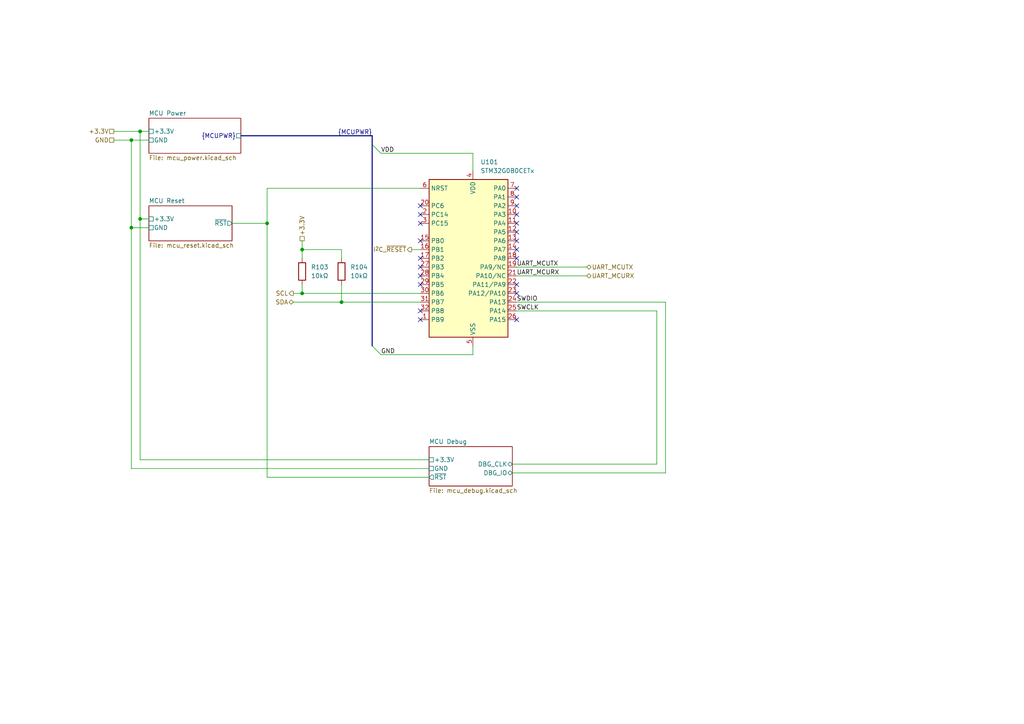
<source format=kicad_sch>
(kicad_sch (version 20231120) (generator "eeschema") (generator_version "8.0")
  (paper "A4")
  (lib_symbols
    (symbol "Device:R" (pin_numbers hide) (pin_names (offset 0))
      (property "Reference" "R" (at 2.032 0 90))
      (property "Value" "R" (at 0 0 90))
      (symbol "R_0_1"
        (rectangle (start -1.016 -2.54) (end 1.016 2.54) (stroke (width 0.254)))
      )
      (symbol "R_1_1"
        (pin passive line (at 0 3.81 270) (length 1.27) (name "~") (number "1"))
        (pin passive line (at 0 -3.81 90) (length 1.27) (name "~") (number "2"))
      )
    )
    (symbol "MCU_ST_STM32G0:STM32G0B0KETx"
      (property "Reference" "U" (at -10.16 24.13 0))
      (property "Value" "STM32G0B0KETx" (at 5.08 24.13 0))
      (symbol "STM32G0B0KETx_0_1"
        (rectangle (start -10.16 -22.86) (end 12.7 22.86) (stroke (width 0.254)) (fill (type background)))
      )
      (symbol "STM32G0B0KETx_1_1"
        (pin bidirectional line (at -12.7 -17.78 0) (length 2.54) (name "PB9") (number "1"))
        (pin bidirectional line (at 15.24 12.7 180) (length 2.54) (name "PA3") (number "10"))
        (pin bidirectional line (at 15.24 10.16 180) (length 2.54) (name "PA4") (number "11"))
        (pin bidirectional line (at 15.24 7.62 180) (length 2.54) (name "PA5") (number "12"))
        (pin bidirectional line (at 15.24 5.08 180) (length 2.54) (name "PA6") (number "13"))
        (pin bidirectional line (at 15.24 2.54 180) (length 2.54) (name "PA7") (number "14"))
        (pin bidirectional line (at -12.7 5.08 0) (length 2.54) (name "PB0") (number "15"))
        (pin bidirectional line (at -12.7 2.54 0) (length 2.54) (name "PB1") (number "16"))
        (pin bidirectional line (at -12.7 0 0) (length 2.54) (name "PB2") (number "17"))
        (pin bidirectional line (at 15.24 0 180) (length 2.54) (name "PA8") (number "18"))
        (pin bidirectional line (at 15.24 -2.54 180) (length 2.54) (name "PA9/NC") (number "19"))
        (pin bidirectional line (at -12.7 12.7 0) (length 2.54) (name "PC14") (number "2"))
        (pin bidirectional line (at -12.7 15.24 0) (length 2.54) (name "PC6") (number "20"))
        (pin bidirectional line (at 15.24 -5.08 180) (length 2.54) (name "PA10/NC") (number "21"))
        (pin bidirectional line (at 15.24 -7.62 180) (length 2.54) (name "PA11/PA9") (number "22"))
        (pin bidirectional line (at 15.24 -10.16 180) (length 2.54) (name "PA12/PA10") (number "23"))
        (pin bidirectional line (at 15.24 -12.7 180) (length 2.54) (name "PA13") (number "24"))
        (pin bidirectional line (at 15.24 -15.24 180) (length 2.54) (name "PA14") (number "25"))
        (pin bidirectional line (at 15.24 -17.78 180) (length 2.54) (name "PA15") (number "26"))
        (pin bidirectional line (at -12.7 -2.54 0) (length 2.54) (name "PB3") (number "27"))
        (pin bidirectional line (at -12.7 -5.08 0) (length 2.54) (name "PB4") (number "28"))
        (pin bidirectional line (at -12.7 -7.62 0) (length 2.54) (name "PB5") (number "29"))
        (pin bidirectional line (at -12.7 10.16 0) (length 2.54) (name "PC15") (number "3"))
        (pin bidirectional line (at -12.7 -10.16 0) (length 2.54) (name "PB6") (number "30"))
        (pin bidirectional line (at -12.7 -12.7 0) (length 2.54) (name "PB7") (number "31"))
        (pin bidirectional line (at -12.7 -15.24 0) (length 2.54) (name "PB8") (number "32"))
        (pin power_in line (at 2.54 25.4 270) (length 2.54) (name "VDD") (number "4"))
        (pin power_in line (at 2.54 -25.4 90) (length 2.54) (name "VSS") (number "5"))
        (pin input line (at -12.7 20.32 0) (length 2.54) (name "NRST") (number "6"))
        (pin bidirectional line (at 15.24 20.32 180) (length 2.54) (name "PA0") (number "7"))
        (pin bidirectional line (at 15.24 17.78 180) (length 2.54) (name "PA1") (number "8"))
        (pin bidirectional line (at 15.24 15.24 180) (length 2.54) (name "PA2") (number "9"))
      )
    )
  )
  (junction (at 38.1 66.04))
  (junction (at 40.64 38.1))
  (junction (at 87.63 85.09))
  (junction (at 87.63 72.39))
  (junction (at 40.64 63.5))
  (junction (at 77.47 64.77))
  (junction (at 99.06 87.63))
  (junction (at 38.1 40.64))
  (no_connect (at 121.92 69.85))
  (no_connect (at 149.86 74.93))
  (no_connect (at 121.92 62.23))
  (no_connect (at 121.92 77.47))
  (no_connect (at 121.92 82.55))
  (no_connect (at 149.86 64.77))
  (no_connect (at 121.92 64.77))
  (no_connect (at 149.86 69.85))
  (no_connect (at 149.86 82.55))
  (no_connect (at 149.86 54.61))
  (no_connect (at 121.92 92.71))
  (no_connect (at 149.86 59.69))
  (no_connect (at 149.86 92.71))
  (no_connect (at 121.92 90.17))
  (no_connect (at 149.86 62.23))
  (no_connect (at 149.86 67.31))
  (no_connect (at 149.86 85.09))
  (no_connect (at 149.86 57.15))
  (no_connect (at 149.86 72.39))
  (no_connect (at 121.92 74.93))
  (no_connect (at 121.92 80.01))
  (no_connect (at 121.92 59.69))
  (bus_entry (at 107.95 100.33) (size 2.54 2.54))
  (bus_entry (at 107.95 41.91) (size 2.54 2.54))
  (wire (pts (xy 149.86 80.01) (xy 170.18 80.01)))
  (wire (pts (xy 77.47 138.43) (xy 124.46 138.43)))
  (wire (pts (xy 77.47 54.61) (xy 121.92 54.61)))
  (bus (pts (xy 107.95 41.91) (xy 107.95 100.33)))
  (bus (pts (xy 69.85 39.37) (xy 107.95 39.37)))
  (wire (pts (xy 110.49 102.87) (xy 137.16 102.87)))
  (wire (pts (xy 149.86 87.63) (xy 193.04 87.63)))
  (wire (pts (xy 38.1 135.89) (xy 124.46 135.89)))
  (wire (pts (xy 85.09 87.63) (xy 99.06 87.63)))
  (wire (pts (xy 38.1 40.64) (xy 43.18 40.64)))
  (wire (pts (xy 99.06 87.63) (xy 121.92 87.63)))
  (wire (pts (xy 67.31 64.77) (xy 77.47 64.77)))
  (wire (pts (xy 40.64 38.1) (xy 43.18 38.1)))
  (wire (pts (xy 40.64 133.35) (xy 124.46 133.35)))
  (wire (pts (xy 137.16 100.33) (xy 137.16 102.87)))
  (wire (pts (xy 40.64 63.5) (xy 40.64 133.35)))
  (wire (pts (xy 33.02 38.1) (xy 40.64 38.1)))
  (wire (pts (xy 149.86 90.17) (xy 190.5 90.17)))
  (wire (pts (xy 77.47 64.77) (xy 77.47 138.43)))
  (wire (pts (xy 193.04 137.16) (xy 193.04 87.63)))
  (wire (pts (xy 87.63 85.09) (xy 121.92 85.09)))
  (wire (pts (xy 33.02 40.64) (xy 38.1 40.64)))
  (wire (pts (xy 85.09 85.09) (xy 87.63 85.09)))
  (wire (pts (xy 190.5 134.62) (xy 190.5 90.17)))
  (wire (pts (xy 87.63 69.85) (xy 87.63 72.39)))
  (wire (pts (xy 119.38 72.39) (xy 121.92 72.39)))
  (wire (pts (xy 99.06 74.93) (xy 99.06 72.39)))
  (wire (pts (xy 38.1 40.64) (xy 38.1 66.04)))
  (wire (pts (xy 38.1 66.04) (xy 38.1 135.89)))
  (wire (pts (xy 137.16 44.45) (xy 137.16 49.53)))
  (wire (pts (xy 40.64 38.1) (xy 40.64 63.5)))
  (wire (pts (xy 38.1 66.04) (xy 43.18 66.04)))
  (wire (pts (xy 110.49 44.45) (xy 137.16 44.45)))
  (wire (pts (xy 77.47 54.61) (xy 77.47 64.77)))
  (wire (pts (xy 99.06 72.39) (xy 87.63 72.39)))
  (wire (pts (xy 148.59 134.62) (xy 190.5 134.62)))
  (wire (pts (xy 148.59 137.16) (xy 193.04 137.16)))
  (wire (pts (xy 99.06 82.55) (xy 99.06 87.63)))
  (wire (pts (xy 87.63 72.39) (xy 87.63 74.93)))
  (wire (pts (xy 149.86 77.47) (xy 170.18 77.47)))
  (wire (pts (xy 87.63 82.55) (xy 87.63 85.09)))
  (wire (pts (xy 40.64 63.5) (xy 43.18 63.5)))
  (bus (pts (xy 107.95 41.91) (xy 107.95 39.37)))
  (label "{MCUPWR}" (at 107.95 39.37 180))
  (label "SWCLK" (at 149.86 90.17 0))
  (label "VDD" (at 110.49 44.45 0))
  (label "UART_MCURX" (at 149.86 80.01 0))
  (label "UART_MCUTX" (at 149.86 77.47 0))
  (label "GND" (at 110.49 102.87 0))
  (label "SWDIO" (at 149.86 87.63 0))
  (hierarchical_label "I^{2}C_~{RESET}" (shape output) (at 119.38 72.39 180))
  (hierarchical_label "GND" (shape passive) (at 33.02 40.64 180))
  (hierarchical_label "SDA" (shape bidirectional) (at 85.09 87.63 180))
  (hierarchical_label "SCL" (shape output) (at 85.09 85.09 180))
  (hierarchical_label "+3.3V" (shape passive) (at 87.63 69.85 90))
  (hierarchical_label "UART_MCURX" (shape bidirectional) (at 170.18 80.01 0))
  (hierarchical_label "+3.3V" (shape passive) (at 33.02 38.1 180))
  (hierarchical_label "UART_MCUTX" (shape bidirectional) (at 170.18 77.47 0))
  (symbol (lib_id "Device:R") (at 87.63 78.74 0) (unit 1)
    (property "Reference" "R103" (at 90.17 77.4699 0) (effects (justify left)))
    (property "Value" "10kΩ" (at 90.17 80.0099 0) (effects (justify left)))
    (property "Footprint" "Resistor_SMD:R_0402_1005Metric" (effects (hide yes)))
    (property "Description" "Resistor" (effects (hide yes)))
    (property "LCSC" "C25744" (effects (hide yes)))
  )
  (symbol (lib_id "Device:R") (at 99.06 78.74 0) (unit 1)
    (property "Reference" "R104" (at 101.6 77.4699 0) (effects (justify left)))
    (property "Value" "10kΩ" (at 101.6 80.0099 0) (effects (justify left)))
    (property "Footprint" "Resistor_SMD:R_0402_1005Metric" (effects (hide yes)))
    (property "Description" "Resistor" (effects (hide yes)))
    (property "LCSC" "C25744" (effects (hide yes)))
  )
  (symbol (lib_id "MCU_ST_STM32G0:STM32G0B0KETx") (at 134.62 74.93 0) (unit 1)
    (property "Reference" "U101" (at 139.3541 46.99 0) (effects (justify left)))
    (property "Value" "STM32G0B0CETx" (at 139.3541 49.53 0) (effects (justify left)))
    (property "Footprint" "Package_QFP:LQFP-32_7x7mm_P0.8mm" (effects (hide yes)))
    (property "Datasheet" "https://www.st.com/resource/en/datasheet/stm32g0b0ke.pdf" (effects (hide yes)))
    (property "Description" "STMicroelectronics Arm Cortex-M0+ MCU, 512KB flash, 144KB RAM, 64 MHz, 2.0-3.6V, 29 GPIO, LQFP32" (effects (hide yes)))
    (property "LCSC" "C2826978" (effects (hide yes)))
  )
  (sheet (at 124.46 129.54) (size 24.13 11.43) (stroke (width 0.1524))
    (property "Sheetname" "MCU Debug" (at 124.46 128.8284 0) (effects (justify left bottom)))
    (property "Sheetfile" "mcu_debug.kicad_sch" (at 124.46 141.5546 0) (effects (justify left top)))
    (pin "DBG_IO" bidirectional (at 148.59 137.16 0))
    (pin "DBG_CLK" bidirectional (at 148.59 134.62 0))
    (pin "~{RST}" output (at 124.46 138.43 180))
    (pin "GND" passive (at 124.46 135.89 180))
    (pin "+3.3V" passive (at 124.46 133.35 180))
  )
  (sheet (at 43.18 59.69) (size 24.13 10.16) (stroke (width 0.1524))
    (property "Sheetname" "MCU Reset" (at 43.18 58.9784 0) (effects (justify left bottom)))
    (property "Sheetfile" "mcu_reset.kicad_sch" (at 43.18 70.4346 0) (effects (justify left top)))
    (pin "~{RST}" output (at 67.31 64.77 0))
    (pin "GND" passive (at 43.18 66.04 180))
    (pin "+3.3V" passive (at 43.18 63.5 180))
  )
  (sheet (at 43.18 34.29) (size 26.67 10.16) (stroke (width 0.1524))
    (property "Sheetname" "MCU Power" (at 43.18 33.5784 0) (effects (justify left bottom)))
    (property "Sheetfile" "mcu_power.kicad_sch" (at 43.18 45.0346 0) (effects (justify left top)))
    (pin "{MCUPWR}" passive (at 69.85 39.37 0))
    (pin "+3.3V" passive (at 43.18 38.1 180))
    (pin "GND" passive (at 43.18 40.64 180))
  )
)
</source>
